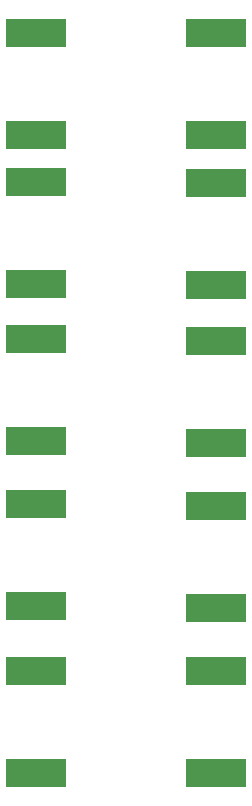
<source format=gbr>
%TF.GenerationSoftware,KiCad,Pcbnew,(5.1.10)-1*%
%TF.CreationDate,2021-09-08T14:11:29-04:00*%
%TF.ProjectId,ATTENS,41545445-4e53-42e6-9b69-6361645f7063,rev?*%
%TF.SameCoordinates,Original*%
%TF.FileFunction,Paste,Bot*%
%TF.FilePolarity,Positive*%
%FSLAX46Y46*%
G04 Gerber Fmt 4.6, Leading zero omitted, Abs format (unit mm)*
G04 Created by KiCad (PCBNEW (5.1.10)-1) date 2021-09-08 14:11:29*
%MOMM*%
%LPD*%
G01*
G04 APERTURE LIST*
%ADD10R,5.080000X2.413000*%
G04 APERTURE END LIST*
D10*
%TO.C,P1*%
X30480000Y-34163000D03*
X30480000Y-25527000D03*
%TD*%
%TO.C,P2*%
X30480000Y-46736000D03*
X30480000Y-38100000D03*
%TD*%
%TO.C,P3*%
X30480000Y-60071000D03*
X30480000Y-51435000D03*
%TD*%
%TO.C,P4*%
X30480000Y-65405000D03*
X30480000Y-74041000D03*
%TD*%
%TO.C,P5*%
X30480000Y-79502000D03*
X30480000Y-88138000D03*
%TD*%
%TO.C,P6*%
X45720000Y-25527000D03*
X45720000Y-34163000D03*
%TD*%
%TO.C,P7*%
X45720000Y-38227000D03*
X45720000Y-46863000D03*
%TD*%
%TO.C,P8*%
X45720000Y-51562000D03*
X45720000Y-60198000D03*
%TD*%
%TO.C,P9*%
X45720000Y-74168000D03*
X45720000Y-65532000D03*
%TD*%
%TO.C,P10*%
X45720000Y-88138000D03*
X45720000Y-79502000D03*
%TD*%
M02*

</source>
